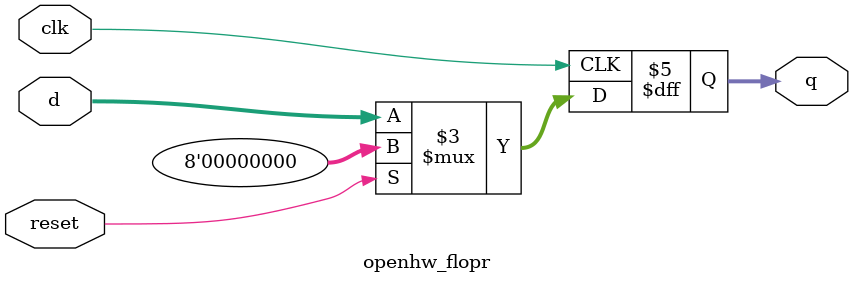
<source format=sv>

module openhw_flopr #(parameter WIDTH = 8) ( 
  input  logic             clk, reset,
  input  logic [WIDTH-1:0] d, 
  output logic [WIDTH-1:0] q);

  always_ff @(posedge clk)
    if (reset) q <= 0;
    else       q <= d;
endmodule


</source>
